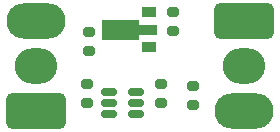
<source format=gbr>
%TF.GenerationSoftware,KiCad,Pcbnew,7.0.7*%
%TF.CreationDate,2023-11-08T00:53:50-05:00*%
%TF.ProjectId,Pixel_Boost2,50697865-6c5f-4426-9f6f-7374322e6b69,v3*%
%TF.SameCoordinates,Original*%
%TF.FileFunction,Soldermask,Top*%
%TF.FilePolarity,Negative*%
%FSLAX46Y46*%
G04 Gerber Fmt 4.6, Leading zero omitted, Abs format (unit mm)*
G04 Created by KiCad (PCBNEW 7.0.7) date 2023-11-08 00:53:50*
%MOMM*%
%LPD*%
G01*
G04 APERTURE LIST*
G04 Aperture macros list*
%AMRoundRect*
0 Rectangle with rounded corners*
0 $1 Rounding radius*
0 $2 $3 $4 $5 $6 $7 $8 $9 X,Y pos of 4 corners*
0 Add a 4 corners polygon primitive as box body*
4,1,4,$2,$3,$4,$5,$6,$7,$8,$9,$2,$3,0*
0 Add four circle primitives for the rounded corners*
1,1,$1+$1,$2,$3*
1,1,$1+$1,$4,$5*
1,1,$1+$1,$6,$7*
1,1,$1+$1,$8,$9*
0 Add four rect primitives between the rounded corners*
20,1,$1+$1,$2,$3,$4,$5,0*
20,1,$1+$1,$4,$5,$6,$7,0*
20,1,$1+$1,$6,$7,$8,$9,0*
20,1,$1+$1,$8,$9,$2,$3,0*%
%AMFreePoly0*
4,1,9,3.862500,-0.866500,0.737500,-0.866500,0.737500,-0.450000,-0.737500,-0.450000,-0.737500,0.450000,0.737500,0.450000,0.737500,0.866500,3.862500,0.866500,3.862500,-0.866500,3.862500,-0.866500,$1*%
G04 Aperture macros list end*
%ADD10RoundRect,0.200000X-0.275000X0.200000X-0.275000X-0.200000X0.275000X-0.200000X0.275000X0.200000X0*%
%ADD11RoundRect,0.416667X2.083333X-1.083333X2.083333X1.083333X-2.083333X1.083333X-2.083333X-1.083333X0*%
%ADD12O,3.600000X3.000000*%
%ADD13O,5.000000X3.000000*%
%ADD14RoundRect,0.416667X-2.083333X1.083333X-2.083333X-1.083333X2.083333X-1.083333X2.083333X1.083333X0*%
%ADD15RoundRect,0.200000X0.275000X-0.200000X0.275000X0.200000X-0.275000X0.200000X-0.275000X-0.200000X0*%
%ADD16R,1.300000X0.900000*%
%ADD17FreePoly0,180.000000*%
%ADD18RoundRect,0.150000X-0.512500X-0.150000X0.512500X-0.150000X0.512500X0.150000X-0.512500X0.150000X0*%
G04 APERTURE END LIST*
D10*
%TO.C,R1*%
X146800000Y-114575000D03*
X146800000Y-116225000D03*
%TD*%
D11*
%TO.C,J1*%
X142467500Y-116842500D03*
D12*
X142467500Y-113032500D03*
D13*
X142467500Y-109222500D03*
%TD*%
D14*
%TO.C,J2*%
X160020000Y-109260000D03*
D12*
X160020000Y-113070000D03*
D13*
X160020000Y-116880000D03*
%TD*%
D15*
%TO.C,C3*%
X153000000Y-116225000D03*
X153000000Y-114575000D03*
%TD*%
D16*
%TO.C,U1*%
X152050000Y-111485000D03*
D17*
X151962500Y-109985000D03*
D16*
X152050000Y-108485000D03*
%TD*%
D15*
%TO.C,R2*%
X155710000Y-116375000D03*
X155710000Y-114725000D03*
%TD*%
D18*
%TO.C,U3*%
X148662500Y-115250000D03*
X148662500Y-116200000D03*
X148662500Y-117150000D03*
X150937500Y-117150000D03*
X150937500Y-116200000D03*
X150937500Y-115250000D03*
%TD*%
D10*
%TO.C,C1*%
X146900000Y-110175000D03*
X146900000Y-111825000D03*
%TD*%
%TO.C,C2*%
X154020000Y-108480000D03*
X154020000Y-110130000D03*
%TD*%
M02*

</source>
